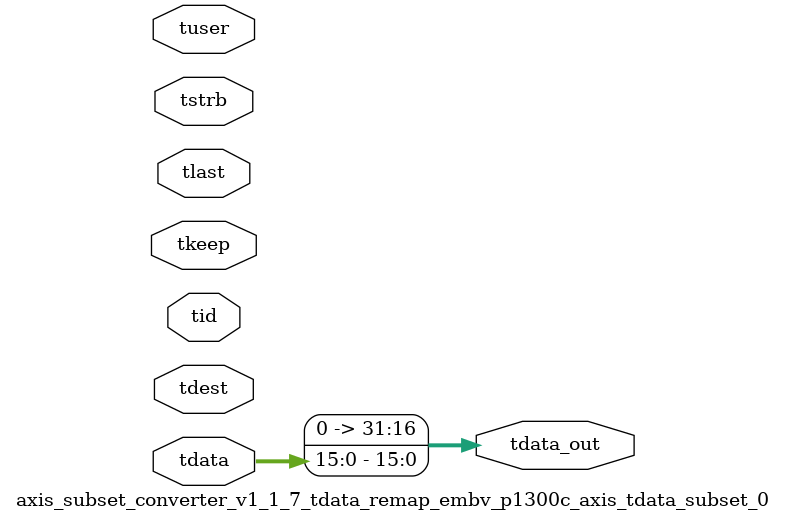
<source format=v>


`timescale 1ps/1ps

module axis_subset_converter_v1_1_7_tdata_remap_embv_p1300c_axis_tdata_subset_0 #
(
parameter C_S_AXIS_TDATA_WIDTH = 32,
parameter C_S_AXIS_TUSER_WIDTH = 0,
parameter C_S_AXIS_TID_WIDTH   = 0,
parameter C_S_AXIS_TDEST_WIDTH = 0,
parameter C_M_AXIS_TDATA_WIDTH = 32
)
(
input  [(C_S_AXIS_TDATA_WIDTH == 0 ? 1 : C_S_AXIS_TDATA_WIDTH)-1:0     ] tdata,
input  [(C_S_AXIS_TUSER_WIDTH == 0 ? 1 : C_S_AXIS_TUSER_WIDTH)-1:0     ] tuser,
input  [(C_S_AXIS_TID_WIDTH   == 0 ? 1 : C_S_AXIS_TID_WIDTH)-1:0       ] tid,
input  [(C_S_AXIS_TDEST_WIDTH == 0 ? 1 : C_S_AXIS_TDEST_WIDTH)-1:0     ] tdest,
input  [(C_S_AXIS_TDATA_WIDTH/8)-1:0 ] tkeep,
input  [(C_S_AXIS_TDATA_WIDTH/8)-1:0 ] tstrb,
input                                                                    tlast,
output [C_M_AXIS_TDATA_WIDTH-1:0] tdata_out
);

assign tdata_out = {tdata[15:0]};

endmodule


</source>
